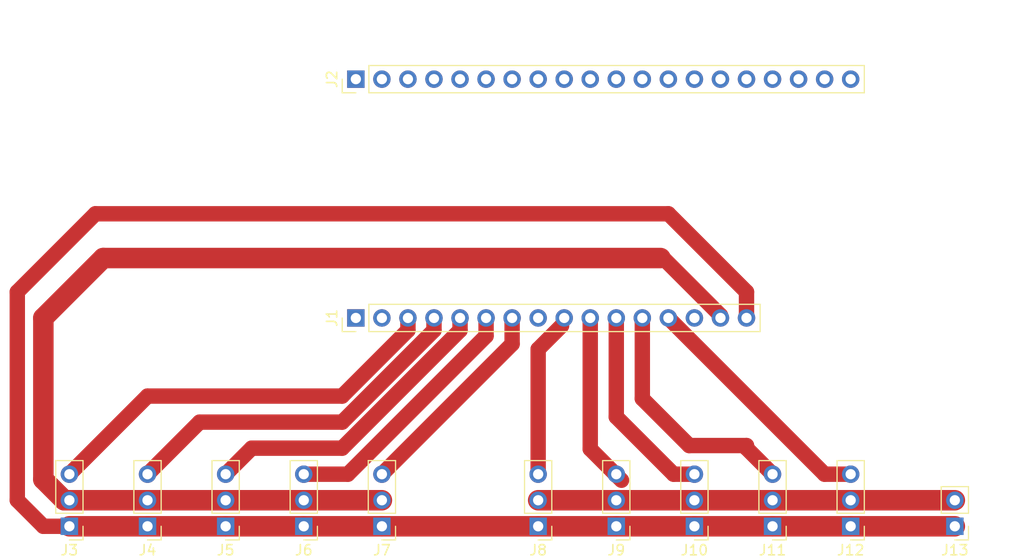
<source format=kicad_pcb>
(kicad_pcb (version 20211014) (generator pcbnew)
  (layers (0 "F.Cu" signal) (31 "B.Cu" signal) (34 "B.Paste" user) (35 "F.Paste" user) (36 "B.SilkS" user "B.Silkscreen") (37 "F.SilkS" user "F.Silkscreen") (38 "B.Mask" user) (39 "F.Mask" user) (44 "Edge.Cuts" user))
  (net 0 "")
  (net 3 "P1")
  (net 4 "P2")
  (net 5 "P3")
  (net 6 "P4")
  (net 7 "P5")
  (net 9 "M1")
  (net 10 "M2")
  (net 11 "M3")
  (net 12 "M4")
  (net 13 "M5")
  (net 15 "VCC")
  (net 16 "GND")
  (net 37 "VCC2")
  (footprint "Connector_PinHeader_2.54mm:PinHeader_1x03_P2.54mm_Vertical" (layer "F.Cu") (at 132.08 106.68 180)
    (fp_text reference "J6" (at 0 -2.33) (layer "F.SilkS"))
    (fp_text value "Conn_01x03_Male")
    (fp_line (start -1.33 1.27) (end -1.33 6.41) (layer "F.SilkS") (width 0.12))
    (fp_line (start -1.33 -1.33) (end 0 -1.33) (layer "F.SilkS") (width 0.12))
    (fp_line (start -1.33 6.41) (end 1.33 6.41) (layer "F.SilkS") (width 0.12))
    (fp_line (start -1.33 0) (end -1.33 -1.33) (layer "F.SilkS") (width 0.12))
    (fp_line (start -1.33 1.27) (end 1.33 1.27) (layer "F.SilkS") (width 0.12))
    (fp_line (start 1.33 1.27) (end 1.33 6.41) (layer "F.SilkS") (width 0.12))
    (pad "1" thru_hole rect (at 0 0 180) (size 1.7 1.7) (drill 1) (layers *.Cu *.Mask) (net 16 "GND"))
    (pad "2" thru_hole oval (at 0 2.54 180) (size 1.7 1.7) (drill 1) (layers *.Cu *.Mask) (net 15 "VCC"))
    (pad "3" thru_hole oval (at 0 5.08 180) (size 1.7 1.7) (drill 1) (layers *.Cu *.Mask) (net 6 "P4"))
  )
  (footprint "Connector_PinHeader_2.54mm:PinHeader_1x03_P2.54mm_Vertical" (layer "F.Cu") (at 154.94 106.68 180)
    (fp_text reference "J8" (at 0 -2.33) (layer "F.SilkS"))
    (fp_text value "Conn_01x03_Male")
    (fp_line (start -1.33 6.41) (end 1.33 6.41) (layer "F.SilkS") (width 0.12))
    (fp_line (start -1.33 1.27) (end 1.33 1.27) (layer "F.SilkS") (width 0.12))
    (fp_line (start 1.33 1.27) (end 1.33 6.41) (layer "F.SilkS") (width 0.12))
    (fp_line (start -1.33 -1.33) (end 0 -1.33) (layer "F.SilkS") (width 0.12))
    (fp_line (start -1.33 1.27) (end -1.33 6.41) (layer "F.SilkS") (width 0.12))
    (fp_line (start -1.33 0) (end -1.33 -1.33) (layer "F.SilkS") (width 0.12))
    (pad "1" thru_hole rect (at 0 0 180) (size 1.7 1.7) (drill 1) (layers *.Cu *.Mask) (net 16 "GND"))
    (pad "2" thru_hole oval (at 0 2.54 180) (size 1.7 1.7) (drill 1) (layers *.Cu *.Mask) (net 37 "VCC2"))
    (pad "3" thru_hole oval (at 0 5.08 180) (size 1.7 1.7) (drill 1) (layers *.Cu *.Mask) (net 9 "M1"))
  )
  (footprint "Connector_PinHeader_2.54mm:PinHeader_1x20_P2.54mm_Vertical" (layer "F.Cu") (at 137.16 63.07 90)
    (fp_text reference "J2" (at 0 -2.33 90) (layer "F.SilkS"))
    (fp_text value "Conn_01x20_Female")
    (fp_line (start -1.33 0) (end -1.33 -1.33) (layer "F.SilkS") (width 0.12))
    (fp_line (start -1.33 -1.33) (end 0 -1.33) (layer "F.SilkS") (width 0.12))
    (fp_line (start -1.33 1.27) (end -1.33 49.59) (layer "F.SilkS") (width 0.12))
    (fp_line (start -1.33 49.59) (end 1.33 49.59) (layer "F.SilkS") (width 0.12))
    (fp_line (start -1.33 1.27) (end 1.33 1.27) (layer "F.SilkS") (width 0.12))
    (fp_line (start 1.33 1.27) (end 1.33 49.59) (layer "F.SilkS") (width 0.12))
    (pad "1" thru_hole rect (at 0 0 90) (size 1.7 1.7) (drill 1) (layers *.Cu *.Mask))
    (pad "2" thru_hole oval (at 0 2.54 90) (size 1.7 1.7) (drill 1) (layers *.Cu *.Mask))
    (pad "3" thru_hole oval (at 0 5.08 90) (size 1.7 1.7) (drill 1) (layers *.Cu *.Mask))
    (pad "4" thru_hole oval (at 0 7.62 90) (size 1.7 1.7) (drill 1) (layers *.Cu *.Mask))
    (pad "5" thru_hole oval (at 0 10.16 90) (size 1.7 1.7) (drill 1) (layers *.Cu *.Mask))
    (pad "6" thru_hole oval (at 0 12.7 90) (size 1.7 1.7) (drill 1) (layers *.Cu *.Mask))
    (pad "7" thru_hole oval (at 0 15.24 90) (size 1.7 1.7) (drill 1) (layers *.Cu *.Mask))
    (pad "8" thru_hole oval (at 0 17.78 90) (size 1.7 1.7) (drill 1) (layers *.Cu *.Mask))
    (pad "9" thru_hole oval (at 0 20.32 90) (size 1.7 1.7) (drill 1) (layers *.Cu *.Mask))
    (pad "10" thru_hole oval (at 0 22.86 90) (size 1.7 1.7) (drill 1) (layers *.Cu *.Mask))
    (pad "11" thru_hole oval (at 0 25.4 90) (size 1.7 1.7) (drill 1) (layers *.Cu *.Mask))
    (pad "12" thru_hole oval (at 0 27.94 90) (size 1.7 1.7) (drill 1) (layers *.Cu *.Mask))
    (pad "13" thru_hole oval (at 0 30.48 90) (size 1.7 1.7) (drill 1) (layers *.Cu *.Mask))
    (pad "14" thru_hole oval (at 0 33.02 90) (size 1.7 1.7) (drill 1) (layers *.Cu *.Mask))
    (pad "15" thru_hole oval (at 0 35.56 90) (size 1.7 1.7) (drill 1) (layers *.Cu *.Mask))
    (pad "16" thru_hole oval (at 0 38.1 90) (size 1.7 1.7) (drill 1) (layers *.Cu *.Mask))
    (pad "17" thru_hole oval (at 0 40.64 90) (size 1.7 1.7) (drill 1) (layers *.Cu *.Mask))
    (pad "18" thru_hole oval (at 0 43.18 90) (size 1.7 1.7) (drill 1) (layers *.Cu *.Mask))
    (pad "19" thru_hole oval (at 0 45.72 90) (size 1.7 1.7) (drill 1) (layers *.Cu *.Mask))
    (pad "20" thru_hole oval (at 0 48.26 90) (size 1.7 1.7) (drill 1) (layers *.Cu *.Mask))
  )
  (footprint "Connector_PinHeader_2.54mm:PinHeader_1x03_P2.54mm_Vertical" (layer "F.Cu") (at 109.22 106.68 180)
    (fp_text reference "J3" (at 0 -2.33) (layer "F.SilkS"))
    (fp_text value "Conn_01x03_Male")
    (fp_line (start -1.33 6.41) (end 1.33 6.41) (layer "F.SilkS") (width 0.12))
    (fp_line (start -1.33 0) (end -1.33 -1.33) (layer "F.SilkS") (width 0.12))
    (fp_line (start 1.33 1.27) (end 1.33 6.41) (layer "F.SilkS") (width 0.12))
    (fp_line (start -1.33 1.27) (end -1.33 6.41) (layer "F.SilkS") (width 0.12))
    (fp_line (start -1.33 1.27) (end 1.33 1.27) (layer "F.SilkS") (width 0.12))
    (fp_line (start -1.33 -1.33) (end 0 -1.33) (layer "F.SilkS") (width 0.12))
    (pad "1" thru_hole rect (at 0 0 180) (size 1.7 1.7) (drill 1) (layers *.Cu *.Mask) (net 16 "GND"))
    (pad "2" thru_hole oval (at 0 2.54 180) (size 1.7 1.7) (drill 1) (layers *.Cu *.Mask) (net 15 "VCC"))
    (pad "3" thru_hole oval (at 0 5.08 180) (size 1.7 1.7) (drill 1) (layers *.Cu *.Mask) (net 3 "P1"))
  )
  (footprint "Connector_PinHeader_2.54mm:PinHeader_1x16_P2.54mm_Vertical" (layer "F.Cu") (at 137.16 86.36 90)
    (fp_text reference "J1" (at 0 -2.33 90) (layer "F.SilkS"))
    (fp_text value "Conn_01x16_Female")
    (fp_line (start -1.33 0) (end -1.33 -1.33) (layer "F.SilkS") (width 0.12))
    (fp_line (start -1.33 39.43) (end 1.33 39.43) (layer "F.SilkS") (width 0.12))
    (fp_line (start -1.33 1.27) (end 1.33 1.27) (layer "F.SilkS") (width 0.12))
    (fp_line (start -1.33 1.27) (end -1.33 39.43) (layer "F.SilkS") (width 0.12))
    (fp_line (start 1.33 1.27) (end 1.33 39.43) (layer "F.SilkS") (width 0.12))
    (fp_line (start -1.33 -1.33) (end 0 -1.33) (layer "F.SilkS") (width 0.12))
    (pad "1" thru_hole rect (at 0 0 90) (size 1.7 1.7) (drill 1) (layers *.Cu *.Mask))
    (pad "2" thru_hole oval (at 0 2.54 90) (size 1.7 1.7) (drill 1) (layers *.Cu *.Mask))
    (pad "3" thru_hole oval (at 0 5.08 90) (size 1.7 1.7) (drill 1) (layers *.Cu *.Mask) (net 3 "P1"))
    (pad "4" thru_hole oval (at 0 7.62 90) (size 1.7 1.7) (drill 1) (layers *.Cu *.Mask) (net 4 "P2"))
    (pad "5" thru_hole oval (at 0 10.16 90) (size 1.7 1.7) (drill 1) (layers *.Cu *.Mask) (net 5 "P3"))
    (pad "6" thru_hole oval (at 0 12.7 90) (size 1.7 1.7) (drill 1) (layers *.Cu *.Mask) (net 6 "P4"))
    (pad "7" thru_hole oval (at 0 15.24 90) (size 1.7 1.7) (drill 1) (layers *.Cu *.Mask) (net 7 "P5"))
    (pad "8" thru_hole oval (at 0 17.78 90) (size 1.7 1.7) (drill 1) (layers *.Cu *.Mask))
    (pad "9" thru_hole oval (at 0 20.32 90) (size 1.7 1.7) (drill 1) (layers *.Cu *.Mask) (net 9 "M1"))
    (pad "10" thru_hole oval (at 0 22.86 90) (size 1.7 1.7) (drill 1) (layers *.Cu *.Mask) (net 10 "M2"))
    (pad "11" thru_hole oval (at 0 25.4 90) (size 1.7 1.7) (drill 1) (layers *.Cu *.Mask) (net 11 "M3"))
    (pad "12" thru_hole oval (at 0 27.94 90) (size 1.7 1.7) (drill 1) (layers *.Cu *.Mask) (net 12 "M4"))
    (pad "13" thru_hole oval (at 0 30.48 90) (size 1.7 1.7) (drill 1) (layers *.Cu *.Mask) (net 13 "M5"))
    (pad "14" thru_hole oval (at 0 33.02 90) (size 1.7 1.7) (drill 1) (layers *.Cu *.Mask))
    (pad "15" thru_hole oval (at 0 35.56 90) (size 1.7 1.7) (drill 1) (layers *.Cu *.Mask) (net 15 "VCC"))
    (pad "16" thru_hole oval (at 0 38.1 90) (size 1.7 1.7) (drill 1) (layers *.Cu *.Mask) (net 16 "GND"))
  )
  (footprint "Connector_PinHeader_2.54mm:PinHeader_1x02_P2.54mm_Vertical" (layer "F.Cu") (at 195.58 106.68 180)
    (fp_text reference "J13" (at 0 -2.33) (layer "F.SilkS"))
    (fp_text value "Conn_01x02_Male")
    (fp_line (start -1.33 1.27) (end 1.33 1.27) (layer "F.SilkS") (width 0.12))
    (fp_line (start -1.33 1.27) (end -1.33 3.87) (layer "F.SilkS") (width 0.12))
    (fp_line (start 1.33 1.27) (end 1.33 3.87) (layer "F.SilkS") (width 0.12))
    (fp_line (start -1.33 3.87) (end 1.33 3.87) (layer "F.SilkS") (width 0.12))
    (fp_line (start -1.33 0) (end -1.33 -1.33) (layer "F.SilkS") (width 0.12))
    (fp_line (start -1.33 -1.33) (end 0 -1.33) (layer "F.SilkS") (width 0.12))
    (pad "1" thru_hole rect (at 0 0 180) (size 1.7 1.7) (drill 1) (layers *.Cu *.Mask) (net 16 "GND"))
    (pad "2" thru_hole oval (at 0 2.54 180) (size 1.7 1.7) (drill 1) (layers *.Cu *.Mask) (net 37 "VCC2"))
  )
  (footprint "Connector_PinHeader_2.54mm:PinHeader_1x03_P2.54mm_Vertical" (layer "F.Cu") (at 124.46 106.68 180)
    (fp_text reference "J5" (at 0 -2.33) (layer "F.SilkS"))
    (fp_text value "Conn_01x03_Male")
    (fp_line (start -1.33 6.41) (end 1.33 6.41) (layer "F.SilkS") (width 0.12))
    (fp_line (start -1.33 1.27) (end 1.33 1.27) (layer "F.SilkS") (width 0.12))
    (fp_line (start -1.33 1.27) (end -1.33 6.41) (layer "F.SilkS") (width 0.12))
    (fp_line (start -1.33 0) (end -1.33 -1.33) (layer "F.SilkS") (width 0.12))
    (fp_line (start 1.33 1.27) (end 1.33 6.41) (layer "F.SilkS") (width 0.12))
    (fp_line (start -1.33 -1.33) (end 0 -1.33) (layer "F.SilkS") (width 0.12))
    (pad "1" thru_hole rect (at 0 0 180) (size 1.7 1.7) (drill 1) (layers *.Cu *.Mask) (net 16 "GND"))
    (pad "2" thru_hole oval (at 0 2.54 180) (size 1.7 1.7) (drill 1) (layers *.Cu *.Mask) (net 15 "VCC"))
    (pad "3" thru_hole oval (at 0 5.08 180) (size 1.7 1.7) (drill 1) (layers *.Cu *.Mask) (net 5 "P3"))
  )
  (footprint "Connector_PinHeader_2.54mm:PinHeader_1x03_P2.54mm_Vertical" (layer "F.Cu") (at 185.42 106.68 180)
    (fp_text reference "J12" (at 0 -2.33) (layer "F.SilkS"))
    (fp_text value "Conn_01x03_Male")
    (fp_line (start 1.33 1.27) (end 1.33 6.41) (layer "F.SilkS") (width 0.12))
    (fp_line (start -1.33 0) (end -1.33 -1.33) (layer "F.SilkS") (width 0.12))
    (fp_line (start -1.33 1.27) (end 1.33 1.27) (layer "F.SilkS") (width 0.12))
    (fp_line (start -1.33 -1.33) (end 0 -1.33) (layer "F.SilkS") (width 0.12))
    (fp_line (start -1.33 1.27) (end -1.33 6.41) (layer "F.SilkS") (width 0.12))
    (fp_line (start -1.33 6.41) (end 1.33 6.41) (layer "F.SilkS") (width 0.12))
    (pad "1" thru_hole rect (at 0 0 180) (size 1.7 1.7) (drill 1) (layers *.Cu *.Mask) (net 16 "GND"))
    (pad "2" thru_hole oval (at 0 2.54 180) (size 1.7 1.7) (drill 1) (layers *.Cu *.Mask) (net 37 "VCC2"))
    (pad "3" thru_hole oval (at 0 5.08 180) (size 1.7 1.7) (drill 1) (layers *.Cu *.Mask) (net 13 "M5"))
  )
  (footprint "Connector_PinHeader_2.54mm:PinHeader_1x03_P2.54mm_Vertical" (layer "F.Cu") (at 116.84 106.68 180)
    (fp_text reference "J4" (at 0 -2.33) (layer "F.SilkS"))
    (fp_text value "Conn_01x03_Male")
    (fp_line (start -1.33 6.41) (end 1.33 6.41) (layer "F.SilkS") (width 0.12))
    (fp_line (start -1.33 1.27) (end -1.33 6.41) (layer "F.SilkS") (width 0.12))
    (fp_line (start -1.33 0) (end -1.33 -1.33) (layer "F.SilkS") (width 0.12))
    (fp_line (start 1.33 1.27) (end 1.33 6.41) (layer "F.SilkS") (width 0.12))
    (fp_line (start -1.33 1.27) (end 1.33 1.27) (layer "F.SilkS") (width 0.12))
    (fp_line (start -1.33 -1.33) (end 0 -1.33) (layer "F.SilkS") (width 0.12))
    (pad "1" thru_hole rect (at 0 0 180) (size 1.7 1.7) (drill 1) (layers *.Cu *.Mask) (net 16 "GND"))
    (pad "2" thru_hole oval (at 0 2.54 180) (size 1.7 1.7) (drill 1) (layers *.Cu *.Mask) (net 15 "VCC"))
    (pad "3" thru_hole oval (at 0 5.08 180) (size 1.7 1.7) (drill 1) (layers *.Cu *.Mask) (net 4 "P2"))
  )
  (footprint "Connector_PinHeader_2.54mm:PinHeader_1x03_P2.54mm_Vertical" (layer "F.Cu") (at 139.7 106.68 180)
    (fp_text reference "J7" (at 0 -2.33) (layer "F.SilkS"))
    (fp_text value "Conn_01x03_Male")
    (fp_line (start 1.33 1.27) (end 1.33 6.41) (layer "F.SilkS") (width 0.12))
    (fp_line (start -1.33 6.41) (end 1.33 6.41) (layer "F.SilkS") (width 0.12))
    (fp_line (start -1.33 -1.33) (end 0 -1.33) (layer "F.SilkS") (width 0.12))
    (fp_line (start -1.33 1.27) (end 1.33 1.27) (layer "F.SilkS") (width 0.12))
    (fp_line (start -1.33 0) (end -1.33 -1.33) (layer "F.SilkS") (width 0.12))
    (fp_line (start -1.33 1.27) (end -1.33 6.41) (layer "F.SilkS") (width 0.12))
    (pad "1" thru_hole rect (at 0 0 180) (size 1.7 1.7) (drill 1) (layers *.Cu *.Mask) (net 16 "GND"))
    (pad "2" thru_hole oval (at 0 2.54 180) (size 1.7 1.7) (drill 1) (layers *.Cu *.Mask) (net 15 "VCC"))
    (pad "3" thru_hole oval (at 0 5.08 180) (size 1.7 1.7) (drill 1) (layers *.Cu *.Mask) (net 7 "P5"))
  )
  (footprint "Connector_PinHeader_2.54mm:PinHeader_1x03_P2.54mm_Vertical" (layer "F.Cu") (at 170.18 106.68 180)
    (fp_text reference "J10" (at 0 -2.33) (layer "F.SilkS"))
    (fp_text value "Conn_01x03_Male")
    (fp_line (start -1.33 -1.33) (end 0 -1.33) (layer "F.SilkS") (width 0.12))
    (fp_line (start -1.33 6.41) (end 1.33 6.41) (layer "F.SilkS") (width 0.12))
    (fp_line (start 1.33 1.27) (end 1.33 6.41) (layer "F.SilkS") (width 0.12))
    (fp_line (start -1.33 0) (end -1.33 -1.33) (layer "F.SilkS") (width 0.12))
    (fp_line (start -1.33 1.27) (end 1.33 1.27) (layer "F.SilkS") (width 0.12))
    (fp_line (start -1.33 1.27) (end -1.33 6.41) (layer "F.SilkS") (width 0.12))
    (pad "1" thru_hole rect (at 0 0 180) (size 1.7 1.7) (drill 1) (layers *.Cu *.Mask) (net 16 "GND"))
    (pad "2" thru_hole oval (at 0 2.54 180) (size 1.7 1.7) (drill 1) (layers *.Cu *.Mask) (net 37 "VCC2"))
    (pad "3" thru_hole oval (at 0 5.08 180) (size 1.7 1.7) (drill 1) (layers *.Cu *.Mask) (net 11 "M3"))
  )
  (footprint "Connector_PinHeader_2.54mm:PinHeader_1x03_P2.54mm_Vertical" (layer "F.Cu") (at 177.8 106.68 180)
    (fp_text reference "J11" (at 0 -2.33) (layer "F.SilkS"))
    (fp_text value "Conn_01x03_Male")
    (fp_line (start -1.33 -1.33) (end 0 -1.33) (layer "F.SilkS") (width 0.12))
    (fp_line (start 1.33 1.27) (end 1.33 6.41) (layer "F.SilkS") (width 0.12))
    (fp_line (start -1.33 6.41) (end 1.33 6.41) (layer "F.SilkS") (width 0.12))
    (fp_line (start -1.33 0) (end -1.33 -1.33) (layer "F.SilkS") (width 0.12))
    (fp_line (start -1.33 1.27) (end 1.33 1.27) (layer "F.SilkS") (width 0.12))
    (fp_line (start -1.33 1.27) (end -1.33 6.41) (layer "F.SilkS") (width 0.12))
    (pad "1" thru_hole rect (at 0 0 180) (size 1.7 1.7) (drill 1) (layers *.Cu *.Mask) (net 16 "GND"))
    (pad "2" thru_hole oval (at 0 2.54 180) (size 1.7 1.7) (drill 1) (layers *.Cu *.Mask) (net 37 "VCC2"))
    (pad "3" thru_hole oval (at 0 5.08 180) (size 1.7 1.7) (drill 1) (layers *.Cu *.Mask) (net 12 "M4"))
  )
  (footprint "Connector_PinHeader_2.54mm:PinHeader_1x03_P2.54mm_Vertical" (layer "F.Cu") (at 162.56 106.68 180)
    (fp_text reference "J9" (at 0 -2.33) (layer "F.SilkS"))
    (fp_text value "Conn_01x03_Male")
    (fp_line (start -1.33 6.41) (end 1.33 6.41) (layer "F.SilkS") (width 0.12))
    (fp_line (start -1.33 -1.33) (end 0 -1.33) (layer "F.SilkS") (width 0.12))
    (fp_line (start 1.33 1.27) (end 1.33 6.41) (layer "F.SilkS") (width 0.12))
    (fp_line (start -1.33 1.27) (end -1.33 6.41) (layer "F.SilkS") (width 0.12))
    (fp_line (start -1.33 0) (end -1.33 -1.33) (layer "F.SilkS") (width 0.12))
    (fp_line (start -1.33 1.27) (end 1.33 1.27) (layer "F.SilkS") (width 0.12))
    (pad "1" thru_hole rect (at 0 0 180) (size 1.7 1.7) (drill 1) (layers *.Cu *.Mask) (net 16 "GND"))
    (pad "2" thru_hole oval (at 0 2.54 180) (size 1.7 1.7) (drill 1) (layers *.Cu *.Mask) (net 37 "VCC2"))
    (pad "3" thru_hole oval (at 0 5.08 180) (size 1.7 1.7) (drill 1) (layers *.Cu *.Mask) (net 10 "M2"))
  )
  (segment (start 116.84 93.98) (end 109.22 101.6) (width 1.5) (layer "F.Cu") (net 3))
  (segment (start 142.24 86.36) (end 142.24 87.562081) (width 1.5) (layer "F.Cu") (net 3))
  (segment (start 142.24 87.562081) (end 135.822081 93.98) (width 1.5) (layer "F.Cu") (net 3))
  (segment (start 135.822081 93.98) (end 116.84 93.98) (width 1.5) (layer "F.Cu") (net 3))
  (segment (start 144.78 86.36) (end 144.78 87.562081) (width 1.5) (layer "F.Cu") (net 4))
  (segment (start 144.78 87.562081) (end 135.822081 96.52) (width 1.5) (layer "F.Cu") (net 4))
  (segment (start 135.822081 96.52) (end 121.92 96.52) (width 1.5) (layer "F.Cu") (net 4))
  (segment (start 121.92 96.52) (end 116.84 101.6) (width 1.5) (layer "F.Cu") (net 4))
  (segment (start 135.822081 99.06) (end 127 99.06) (width 1.5) (layer "F.Cu") (net 5))
  (segment (start 147.32 87.562081) (end 135.822081 99.06) (width 1.5) (layer "F.Cu") (net 5))
  (segment (start 127 99.06) (end 124.46 101.6) (width 1.5) (layer "F.Cu") (net 5))
  (segment (start 147.32 86.36) (end 147.32 87.562081) (width 1.5) (layer "F.Cu") (net 5))
  (segment (start 132.08 101.6) (end 136.379211 101.6) (width 1.5) (layer "F.Cu") (net 6))
  (segment (start 149.86 88.119211) (end 149.86 86.36) (width 1.5) (layer "F.Cu") (net 6))
  (segment (start 136.379211 101.6) (end 149.86 88.119211) (width 1.5) (layer "F.Cu") (net 6))
  (segment (start 139.7 101.6) (end 152.4 88.9) (width 1.5) (layer "F.Cu") (net 7))
  (segment (start 152.4 88.9) (end 152.4 86.36) (width 1.5) (layer "F.Cu") (net 7))
  (segment (start 154.94 89.408) (end 157.226 87.122) (width 1.5) (layer "F.Cu") (net 9))
  (segment (start 154.94 101.6) (end 154.94 89.408) (width 1.5) (layer "F.Cu") (net 9))
  (segment (start 160.02 86.36) (end 160.02 99.142) (width 1.5) (layer "F.Cu") (net 10))
  (segment (start 160.02 99.142) (end 163.068 102.19) (width 1.5) (layer "F.Cu") (net 10))
  (segment (start 162.56 96.012) (end 168.148 101.6) (width 1.5) (layer "F.Cu") (net 11))
  (segment (start 168.148 101.6) (end 170.18 101.6) (width 1.5) (layer "F.Cu") (net 11))
  (segment (start 162.56 86.36) (end 162.56 96.012) (width 1.5) (layer "F.Cu") (net 11))
  (segment (start 165.1 86.36) (end 165.1 94.234) (width 1.5) (layer "F.Cu") (net 12))
  (segment (start 169.672 98.806) (end 175.26 98.806) (width 1.5) (layer "F.Cu") (net 12))
  (segment (start 165.1 94.234) (end 169.672 98.806) (width 1.5) (layer "F.Cu") (net 12))
  (segment (start 175.26 98.806) (end 175.26 99.06) (width 1.5) (layer "F.Cu") (net 12))
  (segment (start 175.26 99.06) (end 177.8 101.6) (width 1.5) (layer "F.Cu") (net 12))
  (segment (start 167.64 86.365585) (end 182.874415 101.6) (width 1.5) (layer "F.Cu") (net 13))
  (segment (start 167.64 86.36) (end 167.64 86.365585) (width 1.5) (layer "F.Cu") (net 13))
  (segment (start 182.874415 101.6) (end 185.42 101.6) (width 1.5) (layer "F.Cu") (net 13))
  (segment (start 124.46 104.14) (end 132.08 104.14) (width 2) (layer "F.Cu") (net 15))
  (segment (start 106.68 86.36) (end 112.522 80.518) (width 2) (layer "F.Cu") (net 15))
  (segment (start 124.46 104.14) (end 116.84 104.14) (width 2) (layer "F.Cu") (net 15))
  (segment (start 172.72 86.106) (end 167.132 80.518) (width 1.5) (layer "F.Cu") (net 15))
  (segment (start 109.22 104.14) (end 108.712 104.14) (width 2) (layer "F.Cu") (net 15))
  (segment (start 116.84 104.14) (end 109.22 104.14) (width 2) (layer "F.Cu") (net 15))
  (segment (start 108.712 104.14) (end 106.68 102.108) (width 2) (layer "F.Cu") (net 15))
  (segment (start 139.7 104.14) (end 132.08 104.14) (width 2) (layer "F.Cu") (net 15))
  (segment (start 112.522 80.518) (end 166.878 80.518) (width 2) (layer "F.Cu") (net 15))
  (segment (start 106.68 102.108) (end 106.68 86.36) (width 2) (layer "F.Cu") (net 15))
  (segment (start 167.132 80.518) (end 166.878 80.518) (width 1.5) (layer "F.Cu") (net 15))
  (segment (start 172.72 86.36) (end 172.72 86.106) (width 1.5) (layer "F.Cu") (net 15))
  (segment (start 139.7 106.68) (end 154.94 106.68) (width 2) (layer "F.Cu") (net 16))
  (segment (start 170.18 106.68) (end 177.8 106.68) (width 2) (layer "F.Cu") (net 16))
  (segment (start 185.42 106.68) (end 195.58 106.68) (width 2) (layer "F.Cu") (net 16))
  (segment (start 109.22 106.68) (end 116.84 106.68) (width 2) (layer "F.Cu") (net 16))
  (segment (start 116.84 106.68) (end 124.46 106.68) (width 2) (layer "F.Cu") (net 16))
  (segment (start 177.8 106.68) (end 185.42 106.68) (width 2) (layer "F.Cu") (net 16))
  (segment (start 175.26 83.82) (end 167.64 76.2) (width 1.5) (layer "F.Cu") (net 16))
  (segment (start 111.76 76.2) (end 104.14 83.82) (width 1.5) (layer "F.Cu") (net 16))
  (segment (start 162.56 106.68) (end 170.18 106.68) (width 2) (layer "F.Cu") (net 16))
  (segment (start 154.94 106.68) (end 162.56 106.68) (width 2) (layer "F.Cu") (net 16))
  (segment (start 104.14 104.14) (end 106.68 106.68) (width 1.5) (layer "F.Cu") (net 16))
  (segment (start 124.46 106.68) (end 132.08 106.68) (width 2) (layer "F.Cu") (net 16))
  (segment (start 167.64 76.2) (end 111.76 76.2) (width 1.5) (layer "F.Cu") (net 16))
  (segment (start 132.08 106.68) (end 139.7 106.68) (width 2) (layer "F.Cu") (net 16))
  (segment (start 106.68 106.68) (end 109.22 106.68) (width 1.5) (layer "F.Cu") (net 16))
  (segment (start 175.26 86.36) (end 175.26 83.82) (width 1.5) (layer "F.Cu") (net 16))
  (segment (start 104.14 83.82) (end 104.14 104.14) (width 1.5) (layer "F.Cu") (net 16))
  (segment (start 177.8 104.14) (end 170.18 104.14) (width 2) (layer "F.Cu") (net 37))
  (segment (start 170.18 104.14) (end 162.56 104.14) (width 2) (layer "F.Cu") (net 37))
  (segment (start 185.42 104.14) (end 177.8 104.14) (width 2) (layer "F.Cu") (net 37))
  (segment (start 162.56 104.14) (end 154.94 104.14) (width 2) (layer "F.Cu") (net 37))
  (segment (start 195.58 104.14) (end 185.42 104.14) (width 2) (layer "F.Cu") (net 37))
)
</source>
